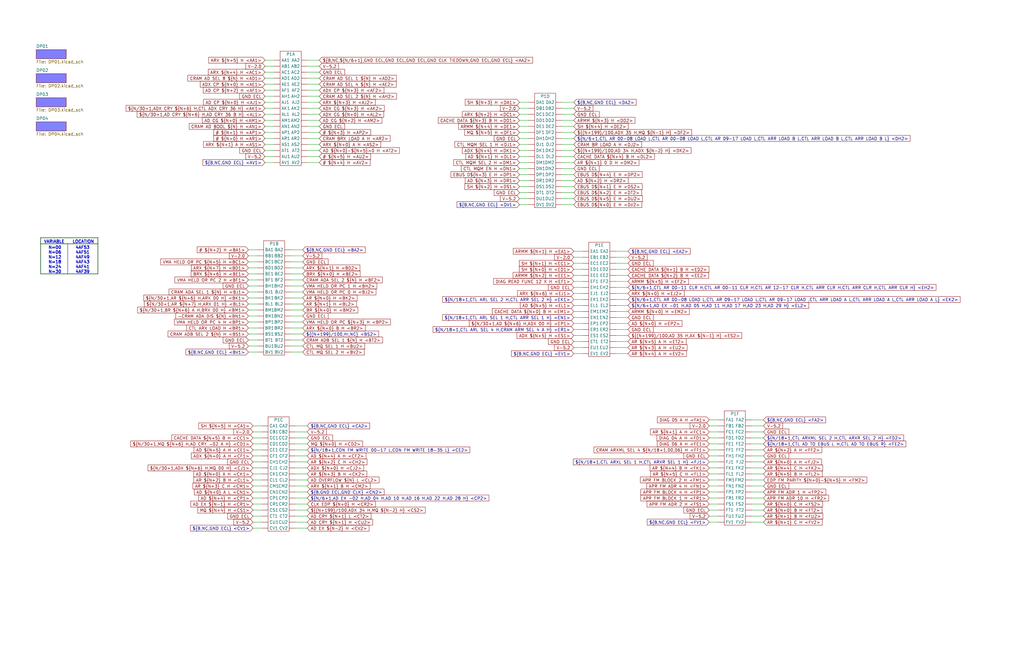
<source format=kicad_sch>
(kicad_sch (version 20211123) (generator eeschema)
  (paper "B")
  (title_block (title "DATA PATH") (date "10/21/1976") (rev "A") (company "DIGITAL") (comment 1 "M8512-0-DP"))
  (bus_alias "CRAM_ADB_SEL[2..1]" (members))
  (bus_alias "MQM[0..5]" (members))
  (bus_alias "-AD[0.5]-[5..10]=0" (members))
  (bus_alias "ADB[0..5]" (members "8" "4" "2" "1" "BOOLE"))
  (bus_alias "ADX[0..5]" (members))
  (bus_alias "ADX_CP[0..5]" (members))
  (no_connect (at 186.69 -20.955))
  (wire (pts (xy 106.68 200.025) (xy 110.49 200.025)))
  (wire (pts (xy 106.68 205.105) (xy 110.49 205.105)))
  (wire (pts (xy 241.935 118.745) (xy 245.745 118.745)))
  (wire (pts (xy 104.775 105.41) (xy 108.585 105.41)))
  (wire (pts (xy 316.865 182.245) (xy 321.945 182.245)))
  (wire (pts (xy 299.085 177.165) (xy 302.895 177.165)))
  (wire (pts (xy 124.46 215.265) (xy 129.54 215.265)))
  (wire (pts (xy 111.76 30.48) (xy 115.57 30.48)))
  (wire (pts (xy 106.68 202.565) (xy 110.49 202.565)))
  (wire (pts (xy 236.855 63.5) (xy 241.935 63.5)))
  (wire (pts (xy 236.855 66.04) (xy 241.935 66.04)))
  (wire (pts (xy 122.555 140.97) (xy 127.635 140.97)))
  (wire (pts (xy 259.715 149.225) (xy 264.795 149.225)))
  (wire (pts (xy 111.76 48.26) (xy 115.57 48.26)))
  (wire (pts (xy 259.715 139.065) (xy 264.795 139.065)))
  (wire (pts (xy 241.935 123.825) (xy 245.745 123.825)))
  (polyline (pts (xy 41.275 102.87) (xy 41.275 115.57)) (stroke (width 0.254) (type solid) (color 28 98 30 1)))
  (wire (pts (xy 316.865 197.485) (xy 321.945 197.485)))
  (wire (pts (xy 129.54 43.18) (xy 134.62 43.18)))
  (wire (pts (xy 241.935 131.445) (xy 245.745 131.445)))
  (wire (pts (xy 299.085 182.245) (xy 302.895 182.245)))
  (polyline (pts (xy 17.145 100.33) (xy 41.275 100.33)) (stroke (width 0.254) (type solid) (color 28 98 30 1)))
  (wire (pts (xy 219.075 66.04) (xy 222.885 66.04)))
  (wire (pts (xy 111.76 43.18) (xy 115.57 43.18)))
  (wire (pts (xy 104.775 143.51) (xy 108.585 143.51)))
  (wire (pts (xy 129.54 60.96) (xy 134.62 60.96)))
  (wire (pts (xy 122.555 107.95) (xy 127.635 107.95)))
  (wire (pts (xy 236.855 81.28) (xy 241.935 81.28)))
  (wire (pts (xy 124.46 217.805) (xy 129.54 217.805)))
  (wire (pts (xy 241.935 136.525) (xy 245.745 136.525)))
  (wire (pts (xy 111.76 38.1) (xy 115.57 38.1)))
  (wire (pts (xy 111.76 35.56) (xy 115.57 35.56)))
  (wire (pts (xy 122.555 110.49) (xy 127.635 110.49)))
  (wire (pts (xy 124.46 192.405) (xy 129.54 192.405)))
  (wire (pts (xy 236.855 60.96) (xy 241.935 60.96)))
  (wire (pts (xy 241.935 111.125) (xy 245.745 111.125)))
  (wire (pts (xy 259.715 108.585) (xy 264.795 108.585)))
  (wire (pts (xy 122.555 120.65) (xy 127.635 120.65)))
  (wire (pts (xy 241.935 139.065) (xy 245.745 139.065)))
  (wire (pts (xy 106.68 182.245) (xy 110.49 182.245)))
  (wire (pts (xy 236.855 78.74) (xy 241.935 78.74)))
  (wire (pts (xy 236.855 71.12) (xy 241.935 71.12)))
  (wire (pts (xy 106.68 210.185) (xy 110.49 210.185)))
  (wire (pts (xy 219.075 55.88) (xy 222.885 55.88)))
  (wire (pts (xy 124.46 200.025) (xy 129.54 200.025)))
  (wire (pts (xy 104.775 135.89) (xy 108.585 135.89)))
  (wire (pts (xy 219.075 83.82) (xy 222.885 83.82)))
  (polyline (pts (xy 28.575 102.87) (xy 28.575 115.57)) (stroke (width 0) (type solid)))
  (wire (pts (xy 129.54 48.26) (xy 134.62 48.26)))
  (wire (pts (xy 129.54 38.1) (xy 134.62 38.1)))
  (wire (pts (xy 219.075 58.42) (xy 222.885 58.42)))
  (wire (pts (xy 219.075 60.96) (xy 222.885 60.96)))
  (wire (pts (xy 111.76 50.8) (xy 115.57 50.8)))
  (wire (pts (xy 111.76 66.04) (xy 115.57 66.04)))
  (wire (pts (xy 124.46 207.645) (xy 129.54 207.645)))
  (wire (pts (xy 122.555 128.27) (xy 127.635 128.27)))
  (wire (pts (xy 241.935 126.365) (xy 245.745 126.365)))
  (polyline (pts (xy 41.275 100.33) (xy 41.275 102.87)) (stroke (width 0.254) (type solid) (color 28 98 30 1)))
  (wire (pts (xy 106.68 212.725) (xy 110.49 212.725)))
  (wire (pts (xy 219.075 76.2) (xy 222.885 76.2)))
  (wire (pts (xy 106.68 217.805) (xy 110.49 217.805)))
  (wire (pts (xy 299.085 179.705) (xy 302.895 179.705)))
  (wire (pts (xy 259.715 111.125) (xy 264.795 111.125)))
  (wire (pts (xy 236.855 68.58) (xy 241.935 68.58)))
  (wire (pts (xy 241.935 144.145) (xy 245.745 144.145)))
  (polyline (pts (xy 17.145 100.33) (xy 17.145 102.87)) (stroke (width 0.254) (type solid) (color 28 98 30 1)))
  (wire (pts (xy 122.555 133.35) (xy 127.635 133.35)))
  (wire (pts (xy 236.855 43.18) (xy 241.935 43.18)))
  (wire (pts (xy 122.555 146.05) (xy 127.635 146.05)))
  (wire (pts (xy 124.46 179.705) (xy 129.54 179.705)))
  (wire (pts (xy 106.68 192.405) (xy 110.49 192.405)))
  (wire (pts (xy 299.085 194.945) (xy 302.895 194.945)))
  (wire (pts (xy 124.46 212.725) (xy 129.54 212.725)))
  (wire (pts (xy 299.085 217.805) (xy 302.895 217.805)))
  (wire (pts (xy 106.68 179.705) (xy 110.49 179.705)))
  (wire (pts (xy 104.775 128.27) (xy 108.585 128.27)))
  (wire (pts (xy 299.085 202.565) (xy 302.895 202.565)))
  (wire (pts (xy 122.555 113.03) (xy 127.635 113.03)))
  (wire (pts (xy 236.855 76.2) (xy 241.935 76.2)))
  (wire (pts (xy 241.935 108.585) (xy 245.745 108.585)))
  (wire (pts (xy 259.715 146.685) (xy 264.795 146.685)))
  (wire (pts (xy 259.715 136.525) (xy 264.795 136.525)))
  (wire (pts (xy 219.075 45.72) (xy 222.885 45.72)))
  (wire (pts (xy 111.76 55.88) (xy 115.57 55.88)))
  (wire (pts (xy 299.085 187.325) (xy 302.895 187.325)))
  (wire (pts (xy 122.555 130.81) (xy 127.635 130.81)))
  (wire (pts (xy 111.76 60.96) (xy 115.57 60.96)))
  (wire (pts (xy 124.46 202.565) (xy 129.54 202.565)))
  (wire (pts (xy 124.46 220.345) (xy 129.54 220.345)))
  (wire (pts (xy 129.54 33.02) (xy 134.62 33.02)))
  (wire (pts (xy 259.715 128.905) (xy 264.795 128.905)))
  (wire (pts (xy 316.865 207.645) (xy 321.945 207.645)))
  (wire (pts (xy 316.865 200.025) (xy 321.945 200.025)))
  (wire (pts (xy 129.54 66.04) (xy 134.62 66.04)))
  (wire (pts (xy 316.865 215.265) (xy 321.945 215.265)))
  (polyline (pts (xy 17.145 115.57) (xy 17.145 102.87)) (stroke (width 0.254) (type solid) (color 28 98 30 1)))
  (wire (pts (xy 236.855 73.66) (xy 241.935 73.66)))
  (wire (pts (xy 124.46 205.105) (xy 129.54 205.105)))
  (wire (pts (xy 129.54 50.8) (xy 134.62 50.8)))
  (wire (pts (xy 299.085 212.725) (xy 302.895 212.725)))
  (wire (pts (xy 124.46 187.325) (xy 129.54 187.325)))
  (wire (pts (xy 236.855 83.82) (xy 241.935 83.82)))
  (wire (pts (xy 124.46 210.185) (xy 129.54 210.185)))
  (wire (pts (xy 259.715 123.825) (xy 264.795 123.825)))
  (wire (pts (xy 236.855 58.42) (xy 241.935 58.42)))
  (wire (pts (xy 316.865 177.165) (xy 321.945 177.165)))
  (wire (pts (xy 124.46 194.945) (xy 129.54 194.945)))
  (wire (pts (xy 122.555 125.73) (xy 127.635 125.73)))
  (wire (pts (xy 259.715 118.745) (xy 264.795 118.745)))
  (wire (pts (xy 241.935 133.985) (xy 245.745 133.985)))
  (wire (pts (xy 111.76 45.72) (xy 115.57 45.72)))
  (wire (pts (xy 122.555 123.19) (xy 127.635 123.19)))
  (wire (pts (xy 316.865 210.185) (xy 321.945 210.185)))
  (wire (pts (xy 241.935 116.205) (xy 245.745 116.205)))
  (wire (pts (xy 111.76 68.58) (xy 115.57 68.58)))
  (wire (pts (xy 219.075 48.26) (xy 222.885 48.26)))
  (wire (pts (xy 316.865 184.785) (xy 321.945 184.785)))
  (wire (pts (xy 241.935 149.225) (xy 245.745 149.225)))
  (wire (pts (xy 124.46 197.485) (xy 129.54 197.485)))
  (wire (pts (xy 122.555 138.43) (xy 127.635 138.43)))
  (wire (pts (xy 316.865 189.865) (xy 321.945 189.865)))
  (wire (pts (xy 259.715 144.145) (xy 264.795 144.145)))
  (wire (pts (xy 299.085 207.645) (xy 302.895 207.645)))
  (wire (pts (xy 122.555 135.89) (xy 127.635 135.89)))
  (wire (pts (xy 236.855 53.34) (xy 241.935 53.34)))
  (wire (pts (xy 259.715 121.285) (xy 264.795 121.285)))
  (wire (pts (xy 259.715 106.045) (xy 264.795 106.045)))
  (wire (pts (xy 241.935 106.045) (xy 245.745 106.045)))
  (wire (pts (xy 316.865 217.805) (xy 321.945 217.805)))
  (wire (pts (xy 259.715 131.445) (xy 264.795 131.445)))
  (wire (pts (xy 236.855 45.72) (xy 241.935 45.72)))
  (wire (pts (xy 299.085 189.865) (xy 302.895 189.865)))
  (wire (pts (xy 236.855 55.88) (xy 241.935 55.88)))
  (wire (pts (xy 104.775 118.11) (xy 108.585 118.11)))
  (wire (pts (xy 241.935 121.285) (xy 245.745 121.285)))
  (wire (pts (xy 106.68 184.785) (xy 110.49 184.785)))
  (wire (pts (xy 236.855 86.36) (xy 241.935 86.36)))
  (wire (pts (xy 124.46 184.785) (xy 129.54 184.785)))
  (wire (pts (xy 316.865 194.945) (xy 321.945 194.945)))
  (wire (pts (xy 129.54 58.42) (xy 134.62 58.42)))
  (wire (pts (xy 316.865 202.565) (xy 321.945 202.565)))
  (wire (pts (xy 299.085 200.025) (xy 302.895 200.025)))
  (wire (pts (xy 219.075 43.18) (xy 222.885 43.18)))
  (wire (pts (xy 127.635 105.41) (xy 122.555 105.41)))
  (wire (pts (xy 241.935 113.665) (xy 245.745 113.665)))
  (wire (pts (xy 219.075 50.8) (xy 222.885 50.8)))
  (wire (pts (xy 316.865 205.105) (xy 321.945 205.105)))
  (polyline (pts (xy 41.275 115.57) (xy 17.145 115.57)) (stroke (width 0.254) (type solid) (color 28 98 30 1)))
  (wire (pts (xy 104.775 130.81) (xy 108.585 130.81)))
  (wire (pts (xy 219.075 68.58) (xy 222.885 68.58)))
  (wire (pts (xy 219.075 78.74) (xy 222.885 78.74)))
  (wire (pts (xy 299.085 184.785) (xy 302.895 184.785)))
  (wire (pts (xy 104.775 110.49) (xy 108.585 110.49)))
  (wire (pts (xy 316.865 212.725) (xy 321.945 212.725)))
  (wire (pts (xy 124.46 222.885) (xy 129.54 222.885)))
  (wire (pts (xy 104.775 125.73) (xy 108.585 125.73)))
  (wire (pts (xy 259.715 126.365) (xy 264.795 126.365)))
  (wire (pts (xy 129.54 55.88) (xy 134.62 55.88)))
  (wire (pts (xy 129.54 27.94) (xy 134.62 27.94)))
  (wire (pts (xy 129.54 45.72) (xy 134.62 45.72)))
  (wire (pts (xy 316.865 220.345) (xy 321.945 220.345)))
  (wire (pts (xy 104.775 113.03) (xy 108.585 113.03)))
  (wire (pts (xy 106.68 220.345) (xy 110.49 220.345)))
  (wire (pts (xy 106.68 189.865) (xy 110.49 189.865)))
  (wire (pts (xy 299.085 215.265) (xy 302.895 215.265)))
  (wire (pts (xy 299.085 197.485) (xy 302.895 197.485)))
  (wire (pts (xy 316.865 192.405) (xy 321.945 192.405)))
  (wire (pts (xy 104.775 123.19) (xy 108.585 123.19)))
  (wire (pts (xy 299.085 210.185) (xy 302.895 210.185)))
  (wire (pts (xy 299.085 220.345) (xy 302.895 220.345)))
  (wire (pts (xy 236.855 50.8) (xy 241.935 50.8)))
  (wire (pts (xy 104.775 107.95) (xy 108.585 107.95)))
  (wire (pts (xy 129.54 68.58) (xy 134.62 68.58)))
  (wire (pts (xy 259.715 116.205) (xy 264.795 116.205)))
  (wire (pts (xy 219.075 63.5) (xy 222.885 63.5)))
  (wire (pts (xy 219.075 53.34) (xy 222.885 53.34)))
  (wire (pts (xy 104.775 146.05) (xy 108.585 146.05)))
  (wire (pts (xy 259.715 141.605) (xy 264.795 141.605)))
  (wire (pts (xy 236.855 48.26) (xy 241.935 48.26)))
  (wire (pts (xy 122.555 143.51) (xy 127.635 143.51)))
  (wire (pts (xy 111.76 53.34) (xy 115.57 53.34)))
  (wire (pts (xy 241.935 141.605) (xy 245.745 141.605)))
  (wire (pts (xy 122.555 118.11) (xy 127.635 118.11)))
  (wire (pts (xy 104.775 133.35) (xy 108.585 133.35)))
  (wire (pts (xy 104.775 120.65) (xy 108.585 120.65)))
  (wire (pts (xy 122.555 115.57) (xy 127.635 115.57)))
  (wire (pts (xy 316.865 187.325) (xy 321.945 187.325)))
  (wire (pts (xy 124.46 182.245) (xy 129.54 182.245)))
  (wire (pts (xy 111.76 63.5) (xy 115.57 63.5)))
  (wire (pts (xy 106.68 194.945) (xy 110.49 194.945)))
  (wire (pts (xy 219.075 71.12) (xy 222.885 71.12)))
  (wire (pts (xy 299.085 192.405) (xy 302.895 192.405)))
  (wire (pts (xy 129.54 35.56) (xy 134.62 35.56)))
  (wire (pts (xy 104.775 138.43) (xy 108.585 138.43)))
  (wire (pts (xy 106.68 215.265) (xy 110.49 215.265)))
  (wire (pts (xy 219.075 86.36) (xy 222.885 86.36)))
  (wire (pts (xy 106.68 222.885) (xy 110.49 222.885)))
  (wire (pts (xy 111.76 25.4) (xy 115.57 25.4)))
  (wire (pts (xy 129.54 25.4) (xy 134.62 25.4)))
  (wire (pts (xy 219.075 81.28) (xy 222.885 81.28)))
  (wire (pts (xy 111.76 58.42) (xy 115.57 58.42)))
  (wire (pts (xy 104.775 140.97) (xy 108.585 140.97)))
  (wire (pts (xy 106.68 197.485) (xy 110.49 197.485)))
  (wire (pts (xy 299.085 205.105) (xy 302.895 205.105)))
  (wire (pts (xy 111.76 33.02) (xy 115.57 33.02)))
  (wire (pts (xy 316.865 179.705) (xy 321.945 179.705)))
  (polyline (pts (xy 41.275 102.87) (xy 17.145 102.87)) (stroke (width 0.254) (type solid) (color 28 98 30 1)))
  (wire (pts (xy 219.075 73.66) (xy 222.885 73.66)))
  (wire (pts (xy 259.715 133.985) (xy 264.795 133.985)))
  (wire (pts (xy 122.555 148.59) (xy 127.635 148.59)))
  (wire (pts (xy 124.46 189.865) (xy 129.54 189.865)))
  (wire (pts (xy 104.775 115.57) (xy 108.585 115.57)))
  (wire (pts (xy 111.76 40.64) (xy 115.57 40.64)))
  (wire (pts (xy 106.68 207.645) (xy 110.49 207.645)))
  (wire (pts (xy 129.54 53.34) (xy 134.62 53.34)))
  (wire (pts (xy 106.68 187.325) (xy 110.49 187.325)))
  (wire (pts (xy 129.54 63.5) (xy 134.62 63.5)))
  (wire (pts (xy 241.935 128.905) (xy 245.745 128.905)))
  (wire (pts (xy 104.775 148.59) (xy 108.585 148.59)))
  (wire (pts (xy 129.54 30.48) (xy 134.62 30.48)))
  (wire (pts (xy 111.76 27.94) (xy 115.57 27.94)))
  (wire (pts (xy 129.54 40.64) (xy 134.62 40.64)))
  (wire (pts (xy 241.935 146.685) (xy 245.745 146.685)))
  (wire (pts (xy 259.715 113.665) (xy 264.795 113.665)))
  (text "N=00\nN=06\nN=12\nN=18\nN=24\nN=30" (at 20.32 115.57 0) (effects (font (size 1.27 1.27) (thickness 0.254) bold) (justify left bottom)))
  (text "VARIABLE" (at 18.415 102.87 0) (effects (font (size 1.27 1.27) (thickness 0.254) bold) (justify left bottom)))
  (text "4AF53\n4AF51\n4AF49\n4AF43\n4AF41\n4AF39" (at 31.75 115.57 0) (effects (font (size 1.27 1.27) (thickness 0.254) bold) (justify left bottom)))
  (text "LOCATION" (at 30.48 102.87 0) (effects (font (size 1.27 1.27) (thickness 0.254) bold) (justify left bottom)))
  (global_label "V-5.2" (shape input) (at 241.935 45.72 0) (property "Intersheet References" "${INTERSHEET_REFS}" (effects hide)))
  (global_label "ARMM ${N+2} H <EE1>" (shape input) (at 241.935 116.205 180) (property "Intersheet References" "${INTERSHEET_REFS}" (effects hide)))
  (global_label "# ${N+3} H <AP2>" (shape input) (at 134.62 55.88 0) (property "Intersheet References" "${INTERSHEET_REFS}" (effects hide)))
  (global_label "ADX ${N+5} H <ES1>" (shape input) (at 241.935 141.605 180) (property "Intersheet References" "${INTERSHEET_REFS}" (effects hide)))
  (global_label "ARX ${N+1} H <BD2>" (shape input) (at 127.635 113.03 0) (property "Intersheet References" "${INTERSHEET_REFS}" (effects hide)))
  (global_label "# ${N+4} H <AV2>" (shape input) (at 134.62 68.58 0) (property "Intersheet References" "${INTERSHEET_REFS}" (effects hide)))
  (global_label "V-5.2" (shape input) (at 106.68 220.345 180) (property "Intersheet References" "${INTERSHEET_REFS}" (effects hide)))
  (global_label "CTL ARX LOAD H <BR1>" (shape input) (at 104.775 138.43 180) (property "Intersheet References" "${INTERSHEET_REFS}" (effects hide)))
  (global_label "# ${N+2} H <BA1>" (shape input) (at 104.775 105.41 180) (property "Intersheet References" "${INTERSHEET_REFS}" (effects hide)))
  (global_label "GND ECL" (shape input) (at 321.945 192.405 0) (property "Intersheet References" "${INTERSHEET_REFS}" (effects hide)))
  (global_label "GND ECL" (shape input) (at 321.945 205.105 0) (property "Intersheet References" "${INTERSHEET_REFS}" (effects hide)))
  (global_label "V-5.2" (shape input) (at 321.945 179.705 0) (property "Intersheet References" "${INTERSHEET_REFS}" (effects hide)))
  (global_label "AR ${N+1} C H <FV2>" (shape input) (at 321.945 220.345 0) (property "Intersheet References" "${INTERSHEET_REFS}" (effects hide)))
  (global_label "GND ECL" (shape input) (at 241.935 48.26 0) (property "Intersheet References" "${INTERSHEET_REFS}" (effects hide)))
  (global_label "GND ECL" (shape input) (at 134.62 30.48 0) (property "Intersheet References" "${INTERSHEET_REFS}" (effects hide)))
  (global_label "AR ${N+0} H <BK2>" (shape input) (at 127.635 125.73 0) (property "Intersheet References" "${INTERSHEET_REFS}" (effects hide)))
  (global_label "CRAM ARXML SEL 4 ${N/18+1,00,06} H <FF1>" (shape input) (at 299.085 189.865 180) (property "Intersheet References" "${INTERSHEET_REFS}" (effects hide)))
  (global_label "AR ${N+0} B H <FT2>" (shape input) (at 321.945 215.265 0) (property "Intersheet References" "${INTERSHEET_REFS}" (effects hide)))
  (global_label "GND ECL" (shape input) (at 106.68 217.805 180) (property "Intersheet References" "${INTERSHEET_REFS}" (effects hide)))
  (global_label "ARMM ${N+0} H <EM2>" (shape input) (at 264.795 131.445 0) (property "Intersheet References" "${INTERSHEET_REFS}" (effects hide)))
  (global_label "AR ${N+2} C H <CH2>" (shape input) (at 129.54 194.945 0) (property "Intersheet References" "${INTERSHEET_REFS}" (effects hide)))
  (global_label "AR ${N+1} H <BL2>" (shape input) (at 127.635 128.27 0) (property "Intersheet References" "${INTERSHEET_REFS}" (effects hide)))
  (global_label "${N/30+1,AR ${N+6} H,ARX 00 H} <BK1>" (shape input) (at 104.775 125.73 180) (property "Intersheet References" "${INTERSHEET_REFS}" (effects hide)))
  (global_label "GND ECL" (shape input) (at 264.795 133.985 0) (property "Intersheet References" "${INTERSHEET_REFS}" (effects hide)))
  (global_label "AR ${N+3} C H <CM1>" (shape input) (at 106.68 205.105 180) (property "Intersheet References" "${INTERSHEET_REFS}" (effects hide)))
  (global_label "SH ${N+5} H <CA1>" (shape input) (at 106.68 179.705 180) (property "Intersheet References" "${INTERSHEET_REFS}" (effects hide)))
  (global_label "GND ECL" (shape input) (at 241.935 144.145 180) (property "Intersheet References" "${INTERSHEET_REFS}" (effects hide)))
  (global_label "GND ECL" (shape input) (at 111.76 40.64 180) (property "Intersheet References" "${INTERSHEET_REFS}" (effects hide)))
  (global_label "GND ECL" (shape input) (at 111.76 63.5 180) (property "Intersheet References" "${INTERSHEET_REFS}" (effects hide)))
  (global_label "${N/18+1,CTL ARXML SEL 2 H,CTL ARXR SEL 2 H} <FD2>" (shape input) (at 321.945 184.785 0) (property "Intersheet References" "${INTERSHEET_REFS}" (effects hide)))
  (global_label "ADX CP ${N+3} H <AF2>" (shape input) (at 134.62 38.1 0) (property "Intersheet References" "${INTERSHEET_REFS}" (effects hide)))
  (global_label "${N/30+1,AD CRY ${N+6} H,AD CRY 36 B H} <AL1>" (shape input) (at 111.76 48.26 180) (property "Intersheet References" "${INTERSHEET_REFS}" (effects hide)))
  (global_label "MQ ${N+0} H <CD2>" (shape input) (at 129.54 187.325 0) (property "Intersheet References" "${INTERSHEET_REFS}" (effects hide)))
  (global_label "APR FM BLOCK 2 H <FM1>" (shape input) (at 299.085 202.565 180) (property "Intersheet References" "${INTERSHEET_REFS}" (effects hide)))
  (global_label "CTL MQ SEL 1 H <BU2>" (shape input) (at 127.635 146.05 0) (property "Intersheet References" "${INTERSHEET_REFS}" (effects hide)))
  (global_label "SH ${N+3} H <DA1>" (shape input) (at 219.075 43.18 180) (property "Intersheet References" "${INTERSHEET_REFS}" (effects hide)))
  (global_label "V-5.2" (shape input) (at 219.075 83.82 180) (property "Intersheet References" "${INTERSHEET_REFS}" (effects hide)))
  (global_label "${(N+199)/100,HI,NC} <BS2>" (shape input) (at 127.635 140.97 0) (property "Intersheet References" "${INTERSHEET_REFS}" (effects hide)))
  (global_label "${N/30+1,AD ${N+6} H,ADX 00 H} <EP1>" (shape input) (at 241.935 136.525 180) (property "Intersheet References" "${INTERSHEET_REFS}" (effects hide)))
  (global_label "AR ${N+0} C H <FS2>" (shape input) (at 321.945 212.725 0) (property "Intersheet References" "${INTERSHEET_REFS}" (effects hide)))
  (global_label "AD ${N+2} H <DR2>" (shape input) (at 241.935 76.2 0) (property "Intersheet References" "${INTERSHEET_REFS}" (effects hide)))
  (global_label "${N/18+1,CTL AD TO EBUS L H,CTL AD TO EBUS R} <FE2>" (shape input) (at 321.945 187.325 0) (property "Intersheet References" "${INTERSHEET_REFS}" (effects hide)))
  (global_label "DIAG READ FUNC 12 X H <EF1>" (shape input) (at 241.935 118.745 180) (property "Intersheet References" "${INTERSHEET_REFS}" (effects hide)))
  (global_label "BRX ${N+0} H <BE2>" (shape input) (at 127.635 115.57 0) (property "Intersheet References" "${INTERSHEET_REFS}" (effects hide)))
  (global_label "ADX ${N+0} A H <CF1>" (shape input) (at 106.68 192.405 180) (property "Intersheet References" "${INTERSHEET_REFS}" (effects hide)))
  (global_label "CACHE DATA ${N+4} B H <DL2>" (shape input) (at 241.935 66.04 0) (property "Intersheet References" "${INTERSHEET_REFS}" (effects hide)))
  (global_label "GND ECL" (shape input) (at 264.795 111.125 0) (property "Intersheet References" "${INTERSHEET_REFS}" (effects hide)))
  (global_label "CRAM AD SEL 4 ${N} H <AE2>" (shape input) (at 134.62 35.56 0) (property "Intersheet References" "${INTERSHEET_REFS}" (effects hide)))
  (global_label "${N/6+1,CTL AR 00-08 LOAD L,CTL AR 09-17 LOAD L,CTL AR 09-17 LOAD ,CTL ARR LOAD A L,CTL ARR LOAD A L,CTL ARR LOAD A L} <EK2>" (shape input) (at 264.795 126.365 0) (property "Intersheet References" "${INTERSHEET_REFS}" (effects hide)))
  (global_label "${B,NC,GND ECL} <EA2>" (shape input) (at 264.795 106.045 0) (property "Intersheet References" "${INTERSHEET_REFS}" (effects hide)))
  (global_label "${(N+199)/100,ADX 35 H,MQ ${N-1} H} <DF2>" (shape input) (at 241.935 55.88 0) (property "Intersheet References" "${INTERSHEET_REFS}" (effects hide)))
  (global_label "CTL MQM SEL 1 H <DJ1>" (shape input) (at 219.075 60.96 180) (property "Intersheet References" "${INTERSHEET_REFS}" (effects hide)))
  (global_label "# ${N+5} H <AU2>" (shape input) (at 134.62 66.04 0) (property "Intersheet References" "${INTERSHEET_REFS}" (effects hide)))
  (global_label "VMA HELD OR PC 1 H <BH2>" (shape input) (at 127.635 120.65 0) (property "Intersheet References" "${INTERSHEET_REFS}" (effects hide)))
  (global_label "AD CP ${N+0} H <AJ1>" (shape input) (at 111.76 43.18 180) (property "Intersheet References" "${INTERSHEET_REFS}" (effects hide)))
  (global_label "ARX ${N+4} H <AC1>" (shape input) (at 111.76 30.48 180) (property "Intersheet References" "${INTERSHEET_REFS}" (effects hide)))
  (global_label "GND ECL" (shape input) (at 219.075 58.42 180) (property "Intersheet References" "${INTERSHEET_REFS}" (effects hide)))
  (global_label "${B,NC,GND ECL} <FA2>" (shape input) (at 321.945 177.165 0) (property "Intersheet References" "${INTERSHEET_REFS}" (effects hide)))
  (global_label "CACHE DATA ${N+3} B H <DD1>" (shape input) (at 219.075 50.8 180) (property "Intersheet References" "${INTERSHEET_REFS}" (effects hide)))
  (global_label "${N{slash}30+1,MQ ${N+6} H,AD CRY -02 A H} <CD1>" (shape input) (at 106.68 187.325 180) (property "Intersheet References" "${INTERSHEET_REFS}" (effects hide)))
  (global_label "GND ECL" (shape input) (at 127.635 133.35 0) (property "Intersheet References" "${INTERSHEET_REFS}" (effects hide)))
  (global_label "V-2.0" (shape input) (at 111.76 27.94 180) (property "Intersheet References" "${INTERSHEET_REFS}" (effects hide)))
  (global_label "ARX ${N+1} B H <CM2>" (shape input) (at 129.54 205.105 0) (property "Intersheet References" "${INTERSHEET_REFS}" (effects hide)))
  (global_label "${(N+199)/100,AD 35 H,AX ${N-1} H} <ES2>" (shape input) (at 264.795 141.605 0) (property "Intersheet References" "${INTERSHEET_REFS}" (effects hide)))
  (global_label "AR ${N+4} A H <EV2>" (shape input) (at 264.795 149.225 0) (property "Intersheet References" "${INTERSHEET_REFS}" (effects hide)))
  (global_label "${N/18+1,CTL ARXL SEL 1 H,CTL ARXR SEL 1 H} <FJ1>" (shape input) (at 299.085 194.945 180) (property "Intersheet References" "${INTERSHEET_REFS}" (effects hide)))
  (global_label "AD ${N+0} A H <CK1>" (shape input) (at 106.68 200.025 180) (property "Intersheet References" "${INTERSHEET_REFS}" (effects hide)))
  (global_label "AR ${N+2} B H <CL1>" (shape input) (at 106.68 202.565 180) (property "Intersheet References" "${INTERSHEET_REFS}" (effects hide)))
  (global_label "GND ECL" (shape input) (at 321.945 182.245 0) (property "Intersheet References" "${INTERSHEET_REFS}" (effects hide)))
  (global_label "ARMM ${N+3} H <DD2>" (shape input) (at 241.935 50.8 0) (property "Intersheet References" "${INTERSHEET_REFS}" (effects hide)))
  (global_label "CRAM ADA SEL 1 ${N} H <BJ1>" (shape input) (at 104.775 123.19 180) (property "Intersheet References" "${INTERSHEET_REFS}" (effects hide)))
  (global_label "V-2.0" (shape input) (at 219.075 45.72 180) (property "Intersheet References" "${INTERSHEET_REFS}" (effects hide)))
  (global_label "CTL MQM SEL 2 H <DM1>" (shape input) (at 219.075 68.58 180) (property "Intersheet References" "${INTERSHEET_REFS}" (effects hide)))
  (global_label "${B,NC,GND ECL} <DV1>" (shape input) (at 219.075 86.36 180) (property "Intersheet References" "${INTERSHEET_REFS}" (effects hide)))
  (global_label "AD ${N+0}-${N+5}=0 H <AT2>" (shape input) (at 134.62 63.5 0) (property "Intersheet References" "${INTERSHEET_REFS}" (effects hide)))
  (global_label "VMA HELD OR PC ${N+3} H <BP2>" (shape input) (at 127.635 135.89 0) (property "Intersheet References" "${INTERSHEET_REFS}" (effects hide)))
  (global_label "APR FM ADR 4 H <FN1>" (shape input) (at 299.085 205.105 180) (property "Intersheet References" "${INTERSHEET_REFS}" (effects hide)))
  (global_label "ADX CG ${N+0} H <AL2>" (shape input) (at 134.62 48.26 0) (property "Intersheet References" "${INTERSHEET_REFS}" (effects hide)))
  (global_label "AR ${N+5} A H <ET2>" (shape input) (at 264.795 144.145 0) (property "Intersheet References" "${INTERSHEET_REFS}" (effects hide)))
  (global_label "AD EX ${N-1} H <CR1>" (shape input) (at 106.68 212.725 180) (property "Intersheet References" "${INTERSHEET_REFS}" (effects hide)))
  (global_label "${(N+199)/100,ADX 34 H,MQ ${N-2} H} <CS2>" (shape input) (at 129.54 215.265 0) (property "Intersheet References" "${INTERSHEET_REFS}" (effects hide)))
  (global_label "AD ${N+5} A H <CE1>" (shape input) (at 106.68 189.865 180) (property "Intersheet References" "${INTERSHEET_REFS}" (effects hide)))
  (global_label "V-5.2" (shape input) (at 127.635 107.95 0) (property "Intersheet References" "${INTERSHEET_REFS}" (effects hide)))
  (global_label "${N/30+1,ADX CRY ${N+6} H,CTL ADX CRY 36 H} <AK1>" (shape input) (at 111.76 45.72 180) (property "Intersheet References" "${INTERSHEET_REFS}" (effects hide)))
  (global_label "AR ${N+1} 0 D H <DM2>" (shape input) (at 241.935 68.58 0) (property "Intersheet References" "${INTERSHEET_REFS}" (effects hide)))
  (global_label "AR ${N+3} A H <EU2>" (shape input) (at 264.795 146.685 0) (property "Intersheet References" "${INTERSHEET_REFS}" (effects hide)))
  (global_label "AD ${N+4} A H <CF2>" (shape input) (at 129.54 192.405 0) (property "Intersheet References" "${INTERSHEET_REFS}" (effects hide)))
  (global_label "GND ECL" (shape input) (at 127.635 110.49 0) (property "Intersheet References" "${INTERSHEET_REFS}" (effects hide)))
  (global_label "SH ${N+1} H <EC1>" (shape input) (at 241.935 111.125 180) (property "Intersheet References" "${INTERSHEET_REFS}" (effects hide)))
  (global_label "${N/30+1,ADX ${N+6} H,MQ 00 H} <CJ1>" (shape input) (at 106.68 197.485 180) (property "Intersheet References" "${INTERSHEET_REFS}" (effects hide)))
  (global_label "AR ${N+1} A H <FC1>" (shape input) (at 299.085 182.245 180) (property "Intersheet References" "${INTERSHEET_REFS}" (effects hide)))
  (global_label "VMA HELD OR PC 2 H <BF1>" (shape input) (at 104.775 118.11 180) (property "Intersheet References" "${INTERSHEET_REFS}" (effects hide)))
  (global_label "${N/18+1,CTL ARL SEL 1 H,CTL ARR SEL 1 H} <EN1>" (shape input) (at 241.935 133.985 180) (property "Intersheet References" "${INTERSHEET_REFS}" (effects hide)))
  (global_label "EBUS D${N+3} E H <DP1>" (shape input) (at 219.075 73.66 180) (property "Intersheet References" "${INTERSHEET_REFS}" (effects hide)))
  (global_label "${B,NC,GND ECL} <BV1>" (shape input) (at 104.775 148.59 180) (property "Intersheet References" "${INTERSHEET_REFS}" (effects hide)))
  (global_label "V-2.0" (shape input) (at 241.935 108.585 180) (property "Intersheet References" "${INTERSHEET_REFS}" (effects hide)))
  (global_label "AD ${N+0} H <EP2>" (shape input) (at 264.795 136.525 0) (property "Intersheet References" "${INTERSHEET_REFS}" (effects hide)))
  (global_label "BRX ${N+6} H <BE1>" (shape input) (at 104.775 115.57 180) (property "Intersheet References" "${INTERSHEET_REFS}" (effects hide)))
  (global_label "ARX ${N+3} H <AJ2>" (shape input) (at 134.62 43.18 0) (property "Intersheet References" "${INTERSHEET_REFS}" (effects hide)))
  (global_label "GND ECL" (shape input) (at 134.62 53.34 0) (property "Intersheet References" "${INTERSHEET_REFS}" (effects hide)))
  (global_label "${B,NC,GND ECL} <AV1>" (shape input) (at 111.76 68.58 180) (property "Intersheet References" "${INTERSHEET_REFS}" (effects hide)))
  (global_label "AR ${N+5} B H <FL2>" (shape input) (at 321.945 200.025 0) (property "Intersheet References" "${INTERSHEET_REFS}" (effects hide)))
  (global_label "ADX ${N+4} H <DK1>" (shape input) (at 219.075 63.5 180) (property "Intersheet References" "${INTERSHEET_REFS}" (effects hide)))
  (global_label "ARX ${N+6} H <EJ1>" (shape input) (at 241.935 123.825 180) (property "Intersheet References" "${INTERSHEET_REFS}" (effects hide)))
  (global_label "SH ${N+4} H <DE2>" (shape input) (at 241.935 53.34 0) (property "Intersheet References" "${INTERSHEET_REFS}" (effects hide)))
  (global_label "APR FM BLOCK 4 H <FP1>" (shape input) (at 299.085 207.645 180) (property "Intersheet References" "${INTERSHEET_REFS}" (effects hide)))
  (global_label "V-5.2" (shape input) (at 129.54 182.245 0) (property "Intersheet References" "${INTERSHEET_REFS}" (effects hide)))
  (global_label "ARX ${N+0} H <EJ2>" (shape input) (at 264.795 123.825 0) (property "Intersheet References" "${INTERSHEET_REFS}" (effects hide)))
  (global_label "ARMM ${N+1} H <EA1>" (shape input) (at 241.935 106.045 180) (property "Intersheet References" "${INTERSHEET_REFS}" (effects hide)))
  (global_label "CRAM AD BOOL ${N} H <AN1>" (shape input) (at 111.76 53.34 180) (property "Intersheet References" "${INTERSHEET_REFS}" (effects hide)))
  (global_label "DIAG 06 A H <FE1>" (shape input) (at 299.085 187.325 180) (property "Intersheet References" "${INTERSHEET_REFS}" (effects hide)))
  (global_label "${N/6+1,AD EX -01 H,AD 05 H,AD 11 H,AD 17 H,AD 23 H,AD 29 H} <EL2>" (shape input) (at 264.795 128.905 0) (property "Intersheet References" "${INTERSHEET_REFS}" (effects hide)))
  (global_label "DIAG 04 A H <FD1>" (shape input) (at 299.085 184.785 180) (property "Intersheet References" "${INTERSHEET_REFS}" (effects hide)))
  (global_label "GND ECL" (shape input) (at 241.935 121.285 180) (property "Intersheet References" "${INTERSHEET_REFS}" (effects hide)))
  (global_label "ADX CG ${N+3} H <AK2>" (shape input) (at 134.62 45.72 0) (property "Intersheet References" "${INTERSHEET_REFS}" (effects hide)))
  (global_label "CACHE DATA ${N+2} B H <EE2>" (shape input) (at 264.795 116.205 0) (property "Intersheet References" "${INTERSHEET_REFS}" (effects hide)))
  (global_label "EBUS D${N+1} E H <DS2>" (shape input) (at 241.935 78.74 0) (property "Intersheet References" "${INTERSHEET_REFS}" (effects hide)))
  (global_label "AR ${N+2} A H <FF2>" (shape input) (at 321.945 189.865 0) (property "Intersheet References" "${INTERSHEET_REFS}" (effects hide)))
  (global_label "CRAM AD SEL 2 ${N} H <AH2>" (shape input) (at 134.62 40.64 0) (property "Intersheet References" "${INTERSHEET_REFS}" (effects hide)))
  (global_label "MQ ${N+5} H <DF1>" (shape input) (at 219.075 55.88 180) (property "Intersheet References" "${INTERSHEET_REFS}" (effects hide)))
  (global_label "${B,NC,GND ECL} <CV1>" (shape input) (at 106.68 222.885 180) (property "Intersheet References" "${INTERSHEET_REFS}" (effects hide)))
  (global_label "AD CRY ${N+1} H <CU2>" (shape input) (at 129.54 220.345 0) (property "Intersheet References" "${INTERSHEET_REFS}" (effects hide)))
  (global_label "GND ECL" (shape input) (at 219.075 81.28 180) (property "Intersheet References" "${INTERSHEET_REFS}" (effects hide)))
  (global_label "AD ${N+5} H <EL1>" (shape input) (at 241.935 128.905 180) (property "Intersheet References" "${INTERSHEET_REFS}" (effects hide)))
  (global_label "ARX ${N+7} H <BD1>" (shape input) (at 104.775 113.03 180) (property "Intersheet References" "${INTERSHEET_REFS}" (effects hide)))
  (global_label "VMA HELD OR PC ${N+5} H <BC1>" (shape input) (at 104.775 110.49 180) (property "Intersheet References" "${INTERSHEET_REFS}" (effects hide)))
  (global_label "ARMM ${N+5} H <EF2>" (shape input) (at 264.795 118.745 0) (property "Intersheet References" "${INTERSHEET_REFS}" (effects hide)))
  (global_label "ARX ${N+2} H <DC1>" (shape input) (at 219.075 48.26 180) (property "Intersheet References" "${INTERSHEET_REFS}" (effects hide)))
  (global_label "${N/6+1,CTL AR 00-08 LOAD L,CTL AR 00-08 LOAD L,CTL AR 09-17 LOAD L,CTL ARR LOAD B L,CTL ARR LOAD B L,CTL ARR LOAD B L} <DH2>" (shape input) (at 241.935 58.42 0) (property "Intersheet References" "${INTERSHEET_REFS}" (effects hide)))
  (global_label "GND ECL" (shape input) (at 299.085 215.265 180) (property "Intersheet References" "${INTERSHEET_REFS}" (effects hide)))
  (global_label "SH ${N+2} H <DS1>" (shape input) (at 219.075 78.74 180) (property "Intersheet References" "${INTERSHEET_REFS}" (effects hide)))
  (global_label "AD CG ${N+0} H <AM1>" (shape input) (at 111.76 50.8 180) (property "Intersheet References" "${INTERSHEET_REFS}" (effects hide)))
  (global_label "APR FM ADR 1 H <FP2>" (shape input) (at 321.945 207.645 0) (property "Intersheet References" "${INTERSHEET_REFS}" (effects hide)))
  (global_label "AD CRY ${N+1} L <CT2>" (shape input) (at 129.54 217.805 0) (property "Intersheet References" "${INTERSHEET_REFS}" (effects hide)))
  (global_label "${N/18+1,CTL ARL SEL 2 H,CTL ARR SEL 2 H} <EK1>" (shape input) (at 241.935 126.365 180) (property "Intersheet References" "${INTERSHEET_REFS}" (effects hide)))
  (global_label "ADX CP ${N+0} H <AE1>" (shape input) (at 111.76 35.56 180) (property "Intersheet References" "${INTERSHEET_REFS}" (effects hide)))
  (global_label "${B,NC,GND ECL} <CA2>" (shape input) (at 129.54 179.705 0) (property "Intersheet References" "${INTERSHEET_REFS}" (effects hide)))
  (global_label "${B,NC,GND ECL} <BA2>" (shape input) (at 127.635 105.41 0) (property "Intersheet References" "${INTERSHEET_REFS}" (effects hide)))
  (global_label "AD EX ${N-2} H <CV2>" (shape input) (at 129.54 222.885 0) (property "Intersheet References" "${INTERSHEET_REFS}" (effects hide)))
  (global_label "${N/6+1,CTL AR 00-11 CLR H,CTL AR 00-11 CLR H,CTL AR 12-17 CLR H,CTL ARR CLR H,CTL ARR CLR H,CTL ARR CLR H} <EH2>" (shape input) (at 264.795 121.285 0) (property "Intersheet References" "${INTERSHEET_REFS}" (effects hide)))
  (global_label "AR ${N+5} C H <FL1>" (shape input) (at 299.085 200.025 180) (property "Intersheet References" "${INTERSHEET_REFS}" (effects hide)))
  (global_label "GND ECL" (shape input) (at 299.085 192.405 180) (property "Intersheet References" "${INTERSHEET_REFS}" (effects hide)))
  (global_label "V-2.0" (shape input) (at 299.085 179.705 180) (property "Intersheet References" "${INTERSHEET_REFS}" (effects hide)))
  (global_label "CACHE DATA ${N+5} B H <CC1>" (shape input) (at 106.68 184.785 180) (property "Intersheet References" "${INTERSHEET_REFS}" (effects hide)))
  (global_label "AR ${N+1} B H <FU2>" (shape input) (at 321.945 217.805 0) (property "Intersheet References" "${INTERSHEET_REFS}" (effects hide)))
  (global_label "AD CG ${N+2} H <AM2>" (shape input) (at 134.62 50.8 0) (property "Intersheet References" "${INTERSHEET_REFS}" (effects hide)))
  (global_label "AR ${N+4} B H <FK1>" (shape input) (at 299.085 197.485 180) (property "Intersheet References" "${INTERSHEET_REFS}" (effects hide)))
  (global_label "VMA HELD OR PC 4 H <BP1>" (shape input) (at 104.775 135.89 180) (property "Intersheet References" "${INTERSHEET_REFS}" (effects hide)))
  (global_label "VMA HELD OR PC 0 H <BJ2>" (shape input) (at 127.635 123.19 0) (property "Intersheet References" "${INTERSHEET_REFS}" (effects hide)))
  (global_label "# ${N+1} H <AP1>" (shape input) (at 111.76 55.88 180) (property "Intersheet References" "${INTERSHEET_REFS}" (effects hide)))
  (global_label "MQ ${N+4} H <CS1>" (shape input) (at 106.68 215.265 180) (property "Intersheet References" "${INTERSHEET_REFS}" (effects hide)))
  (global_label "${N{slash}30+1,BR ${N+6} A H,BRX 00 H} <BM1>" (shape input) (at 104.775 130.81 180) (property "Intersheet References" "${INTERSHEET_REFS}" (effects hide)))
  (global_label "EBUS D${N+0} E H <DV2>" (shape input) (at 241.935 86.36 0) (property "Intersheet References" "${INTERSHEET_REFS}" (effects hide)))
  (global_label "${B,NC,GND ECL} <FV1>" (shape input) (at 299.085 220.345 180) (property "Intersheet References" "${INTERSHEET_REFS}" (effects hide)))
  (global_label "${N/18+1,CTL ARL SEL 4 H,CRAM ARM SEL 4 A H} <ER1>" (shape input) (at 241.935 139.065 0) (property "Intersheet References" "${INTERSHEET_REFS}" (effects hide)))
  (global_label "AD ${N+4} H <CP1>" (shape input) (at 106.68 210.185 180) (property "Intersheet References" "${INTERSHEET_REFS}" (effects hide)))
  (global_label "V-5.2" (shape input) (at 299.085 217.805 180) (property "Intersheet References" "${INTERSHEET_REFS}" (effects hide)))
  (global_label "${B,GND ECL,GND CLK} <CN2>" (shape input) (at 129.54 207.645 0) (property "Intersheet References" "${INTERSHEET_REFS}" (effects hide)))
  (global_label "GND ECL" (shape input) (at 129.54 184.785 0) (property "Intersheet References" "${INTERSHEET_REFS}" (effects hide)))
  (global_label "AD ${N+0} A L <CN1>" (shape input) (at 106.68 207.645 180) (property "Intersheet References" "${INTERSHEET_REFS}" (effects hide)))
  (global_label "AD OVERFLOW ${N} L <CL2>" (shape input) (at 129.54 202.565 0) (property "Intersheet References" "${INTERSHEET_REFS}" (effects hide)))
  (global_label "${N{slash}30+1,AR ${N+7} H,ARX 01 H} <BL1>" (shape input) (at 104.775 128.27 180) (property "Intersheet References" "${INTERSHEET_REFS}" (effects hide)))
  (global_label "GND ECL" (shape input) (at 106.68 194.945 180) (property "Intersheet References" "${INTERSHEET_REFS}" (effects hide)))
  (global_label "EBUS D${N+5} E H <DU2>" (shape input) (at 241.935 83.82 0) (property "Intersheet References" "${INTERSHEET_REFS}" (effects hide)))
  (global_label "V-2.0" (shape input) (at 104.775 107.95 180) (property "Intersheet References" "${INTERSHEET_REFS}" (effects hide)))
  (global_label "CRAM ADB SEL 1 ${N} H <BT2>" (shape input) (at 127.635 143.51 0) (property "Intersheet References" "${INTERSHEET_REFS}" (effects hide)))
  (global_label "CRAM ADA SEL 2 ${N} H <BF2>" (shape input) (at 127.635 118.11 0) (property "Intersheet References" "${INTERSHEET_REFS}" (effects hide)))
  (global_label "APR FM ADR 10 H <FR2>" (shape input) (at 321.945 210.185 0) (property "Intersheet References" "${INTERSHEET_REFS}" (effects hide)))
  (global_label "CRAM BR LOAD A H <DJ2>" (shape input) (at 241.935 60.96 0) (property "Intersheet References" "${INTERSHEET_REFS}" (effects hide)))
  (global_label "CRAM AD SEL 8 ${N} H <AD1>" (shape input) (at 111.76 33.02 180) (property "Intersheet References" "${INTERSHEET_REFS}" (effects hide)))
  (global_label "${B,NC,GND ECL} <EV1>" (shape input) (at 241.935 149.225 180) (property "Intersheet References" "${INTERSHEET_REFS}" (effects hide)))
  (global_label "AR ${N+3} B H <CK2>" (shape input) (at 129.54 200.025 0) (property "Intersheet References" "${INTERSHEET_REFS}" (effects hide)))
  (global_label "V-5.2" (shape input) (at 111.76 66.04 180) (property "Intersheet References" "${INTERSHEET_REFS}" (effects hide)))
  (global_label "# ${N+0} H <AR1>" (shape input) (at 111.76 58.42 180) (property "Intersheet References" "${INTERSHEET_REFS}" (effects hide)))
  (global_label "CACHE DATA ${N+1} B H <ED2>" (shape input) (at 264.795 113.665 0) (property "Intersheet References" "${INTERSHEET_REFS}" (effects hide)))
  (global_label "CRAM AD SEL 1 ${N} H <AD2>" (shape input) (at 134.62 33.02 0) (property "Intersheet References" "${INTERSHEET_REFS}" (effects hide)))
  (global_label "CTL MQ SEL 2 H <BV2>" (shape input) (at 127.635 148.59 0) (property "Intersheet References" "${INTERSHEET_REFS}" (effects hide)))
  (global_label "EBUS D${N+2} E H <DT2>" (shape input) (at 241.935 81.28 0) (property "Intersheet References" "${INTERSHEET_REFS}" (effects hide)))
  (global_label "ARX ${N+0} A H <AS2>" (shape input) (at 134.62 60.96 0) (property "Intersheet References" "${INTERSHEET_REFS}" (effects hide)))
  (global_label "${N/6+1,AD EX -02 H,AD 04 H,AD 10 H,AD 16 H,AD 22 H,AD 28 H} <CP2>" (shape input) (at 129.54 210.185 0) (property "Intersheet References" "${INTERSHEET_REFS}" (effects hide)))
  (global_label "AR ${N+0} A H <FJ2>" (shape input) (at 321.945 194.945 0) (property "Intersheet References" "${INTERSHEET_REFS}" (effects hide)))
  (global_label "CLK EDP ${N+0} H <CR2>" (shape input) (at 129.54 212.725 0) (property "Intersheet References" "${INTERSHEET_REFS}" (effects hide)))
  (global_label "CACHE DATA ${N+0} B H <EM1>" (shape input) (at 241.935 131.445 180) (property "Intersheet References" "${INTERSHEET_REFS}" (effects hide)))
  (global_label "AR ${N+4} C H <FK2>" (shape input) (at 321.945 197.485 0) (property "Intersheet References" "${INTERSHEET_REFS}" (effects hide)))
  (global_label "GND ECL" (shape input) (at 104.775 143.51 180) (property "Intersheet References" "${INTERSHEET_REFS}" (effects hide)))
  (global_label "SH ${N+0} H <ED1>" (shape input) (at 241.935 113.665 180) (property "Intersheet References" "${INTERSHEET_REFS}" (effects hide)))
  (global_label "${(N+199)/100,AD 34 H,ADX ${N-2} H} <DK2>" (shape input) (at 241.935 63.5 0) (property "Intersheet References" "${INTERSHEET_REFS}" (effects hide)))
  (global_label "${B,NC,GND ECL} <DA2>" (shape input) (at 241.935 43.18 0) (property "Intersheet References" "${INTERSHEET_REFS}" (effects hide)))
  (global_label "ADX ${N+0} H <CJ2>" (shape input) (at 129.54 197.485 0) (property "Intersheet References" "${INTERSHEET_REFS}" (effects hide)))
  (global_label "EBUS D${N+4} E H <DP2>" (shape input) (at 241.935 73.66 0) (property "Intersheet References" "${INTERSHEET_REFS}" (effects hide)))
  (global_label "${N/18+1,CON FM WRITE 00-17 L,CON FM WRITE 18-35 L} <CE2>" (shape input) (at 129.54 189.865 0) (property "Intersheet References" "${INTERSHEET_REFS}" (effects hide)))
  (global_label "V-5.2" (shape input) (at 134.62 27.94 0) (property "Intersheet References" "${INTERSHEET_REFS}" (effects hide)))
  (global_label "V-5.2" (shape input) (at 241.935 146.685 180) (property "Intersheet References" "${INTERSHEET_REFS}" (effects hide)))
  (global_label "-CRAM ADA DIS ${N} <BN1>" (shape input) (at 104.775 133.35 180) (property "Intersheet References" "${INTERSHEET_REFS}" (effects hide)))
  (global_label "GND ECL" (shape input) (at 241.935 71.12 0) (property "Intersheet References" "${INTERSHEET_REFS}" (effects hide)))
  (global_label "AD CP ${N+2} H <AF1>" (shape input) (at 111.76 38.1 180) (property "Intersheet References" "${INTERSHEET_REFS}" (effects hide)))
  (global_label "CRAM BRX LOAD A H <AR2>" (shape input) (at 134.62 58.42 0) (property "Intersheet References" "${INTERSHEET_REFS}" (effects hide)))
  (global_label "${B,NC,${N{slash}6+1},GND ECL,GND ECL,GND ECL,GND CLK TIEDOWN,GND ECL,GND ECL} <AA2>" (shape input) (at 134.62 25.4 0) (property "Intersheet References" "${INTERSHEET_REFS}" (effects hide)))
  (global_label "GND ECL" (shape input) (at 104.775 120.65 180) (property "Intersheet References" "${INTERSHEET_REFS}" (effects hide)))
  (global_label "V-5.2" (shape input) (at 104.775 146.05 180) (property "Intersheet References" "${INTERSHEET_REFS}" (effects hide)))
  (global_label "CRAM ADB SEL 2 ${N} H <BS1>" (shape input) (at 104.775 140.97 180) (property "Intersheet References" "${INTERSHEET_REFS}" (effects hide)))
  (global_label "ARMM ${N+4} H <DE1>" (shape input) (at 219.075 53.34 180) (property "Intersheet References" "${INTERSHEET_REFS}" (effects hide)))
  (global_label "ARX ${N+0} B H <BR2>" (shape input) (at 127.635 138.43 0) (property "Intersheet References" "${INTERSHEET_REFS}" (effects hide)))
  (global_label "V-5.2" (shape input) (at 264.795 108.585 0) (property "Intersheet References" "${INTERSHEET_REFS}" (effects hide)))
  (global_label "EDP FM PARITY ${N+0}-${N+5} H <FM2>" (shape input) (at 321.945 202.565 0) (property "Intersheet References" "${INTERSHEET_REFS}" (effects hide)))
  (global_label "DIAG 05 A H <FA1>" (shape input) (at 299.085 177.165 180) (property "Intersheet References" "${INTERSHEET_REFS}" (effects hide)))
  (global_label "APR FM ADR 2 H <FS1>" (shape input) (at 299.085 212.725 180) (property "Intersheet References" "${INTERSHEET_REFS}" (effects hide)))
  (global_label "BR ${N+0} H <BM2>" (shape input) (at 127.635 130.81 0) (property "Intersheet References" "${INTERSHEET_REFS}" (effects hide)))
  (global_label "GND ECL" (shape input) (at 264.795 139.065 0) (property "Intersheet References" "${INTERSHEET_REFS}" (effects hide)))
  (global_label "AD ${N+3} H <DR1>" (shape input) (at 219.075 76.2 180) (property "Intersheet References" "${INTERSHEET_REFS}" (effects hide)))
  (global_label "ARX ${N+5} H <AA1>" (shape input) (at 111.76 25.4 180) (property "Intersheet References" "${INTERSHEET_REFS}" (effects hide)))
  (global_label "AD ${N+1} H <DL1>" (shape input) (at 219.075 66.04 180) (property "Intersheet References" "${INTERSHEET_REFS}" (effects hide)))
  (global_label "V-2.0" (shape input) (at 106.68 182.245 180) (property "Intersheet References" "${INTERSHEET_REFS}" (effects hide)))
  (global_label "APR FM BLOCK 1 H <FR1>" (shape input) (at 299.085 210.185 180) (property "Intersheet References" "${INTERSHEET_REFS}" (effects hide)))
  (global_label "ARX ${N+1} A H <AS1>" (shape input) (at 111.76 60.96 180) (property "Intersheet References" "${INTERSHEET_REFS}" (effects hide)))
  (global_label "CTL MQM EN H <DN1>" (shape input) (at 219.075 71.12 180) (property "Intersheet References" "${INTERSHEET_REFS}" (effects hide)))
  (symbol (lib_id "DEC20:KL10_6-bay_backplane_edge_connector") (at 230.505 39.37 0) (unit 4)
    (property "Reference" "P1" (at 229.87 40.64 0))
    (property "Value" "KL10_6-bay_backplane_edge_connector" (effects hide))
  )
  (symbol (lib_id "DEC20:KL10_6-bay_backplane_edge_connector") (at 310.515 173.355 0) (unit 6)
    (property "Reference" "P1" (at 309.88 174.625 0))
    (property "Value" "KL10_6-bay_backplane_edge_connector" (effects hide))
  )
  (symbol (lib_id "DEC20:KL10_6-bay_backplane_edge_connector") (at 253.365 102.235 0) (unit 5)
    (property "Reference" "P1" (at 252.73 103.505 0))
    (property "Value" "KL10_6-bay_backplane_edge_connector" (effects hide))
  )
  (symbol (lib_id "DEC20:KL10_6-bay_backplane_edge_connector") (at 118.11 175.895 0) (unit 3)
    (property "Reference" "P1" (at 117.475 177.165 0))
    (property "Value" "KL10_6-bay_backplane_edge_connector" (effects hide))
  )
  (symbol (lib_id "DEC20:KL10_6-bay_backplane_edge_connector") (at 116.205 101.6 0) (unit 2)
    (property "Reference" "P1" (at 115.57 102.87 0))
    (property "Value" "KL10_6-bay_backplane_edge_connector" (effects hide))
  )
  (symbol (lib_id "DEC20:KL10_6-bay_backplane_edge_connector") (at 123.19 21.59 0) (unit 1)
    (property "Reference" "P1" (at 122.555 22.86 0))
    (property "Value" "KL10_6-bay_backplane_edge_connector" (effects hide))
  )
  (sheet (at 15.24 20.955) (size 12.7 3.81) (stroke (width 0.1524)) (fill (color 0 0 255 0.5000))
    (property "Sheet name" "DP01" (at 15.24 20.2434 0) (effects (justify left bottom)))
    (property "Sheet file" "DP01.kicad_sch" (at 15.24 25.3496 0) (effects (justify left top)))
  )
  (sheet (at 15.24 41.275) (size 12.7 3.81) (stroke (width 0.1524)) (fill (color 0 0 255 0.5000))
    (property "Sheet name" "DP03" (at 15.24 40.5634 0) (effects (justify left bottom)))
    (property "Sheet file" "DP03.kicad_sch" (at 15.24 45.6696 0) (effects (justify left top)))
  )
  (sheet (at 15.24 51.435) (size 12.7 3.81) (stroke (width 0.1524)) (fill (color 0 10 255 0.5000))
    (property "Sheet name" "DP04" (at 15.24 50.7234 0) (effects (justify left bottom)))
    (property "Sheet file" "DP04.kicad_sch" (at 15.24 55.8296 0) (effects (justify left top)))
  )
  (sheet (at 15.24 31.115) (size 12.7 3.81) (stroke (width 0.1524)) (fill (color 0 0 255 0.5000))
    (property "Sheet name" "DP02" (at 15.24 30.4034 0) (effects (justify left bottom)))
    (property "Sheet file" "DP02.kicad_sch" (at 15.24 35.5096 0) (effects (justify left top)))
  )
)
</source>
